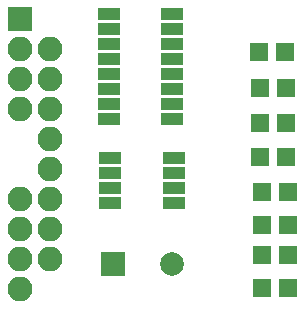
<source format=gbr>
G04 #@! TF.FileFunction,Soldermask,Top*
%FSLAX46Y46*%
G04 Gerber Fmt 4.6, Leading zero omitted, Abs format (unit mm)*
G04 Created by KiCad (PCBNEW 4.0.6-e0-6349~53~ubuntu14.04.1) date Sun Jul 30 17:28:50 2017*
%MOMM*%
%LPD*%
G01*
G04 APERTURE LIST*
%ADD10C,0.100000*%
%ADD11R,1.600000X1.600000*%
%ADD12R,2.000000X2.000000*%
%ADD13C,2.000000*%
%ADD14R,2.100000X2.100000*%
%ADD15O,2.100000X2.100000*%
%ADD16R,1.950000X1.000000*%
%ADD17R,1.900000X1.000000*%
G04 APERTURE END LIST*
D10*
D11*
X129646500Y-63182500D03*
X131846500Y-63182500D03*
X129646500Y-60388500D03*
X131846500Y-60388500D03*
X129646500Y-57848500D03*
X131846500Y-57848500D03*
X129646500Y-55054500D03*
X131846500Y-55054500D03*
X129519500Y-52133500D03*
X131719500Y-52133500D03*
X129519500Y-49212500D03*
X131719500Y-49212500D03*
X129519500Y-46291500D03*
X131719500Y-46291500D03*
X129456000Y-43243500D03*
X131656000Y-43243500D03*
D12*
X117094000Y-61214000D03*
D13*
X122094000Y-61214000D03*
D14*
X109156500Y-40449500D03*
D15*
X109156500Y-42989500D03*
X111696500Y-42989500D03*
X109156500Y-45529500D03*
X111696500Y-45529500D03*
X109156500Y-48069500D03*
X111696500Y-48069500D03*
X111696500Y-50609500D03*
X111696500Y-53149500D03*
X109156500Y-55689500D03*
X111696500Y-55689500D03*
X109156500Y-58229500D03*
X111696500Y-58229500D03*
X109156500Y-60769500D03*
X111696500Y-60769500D03*
X109156500Y-63309500D03*
D16*
X116807000Y-52197000D03*
X116807000Y-53467000D03*
X116807000Y-54737000D03*
X116807000Y-56007000D03*
X122207000Y-56007000D03*
X122207000Y-54737000D03*
X122207000Y-53467000D03*
X122207000Y-52197000D03*
D17*
X116680000Y-40005000D03*
X116680000Y-41275000D03*
X116680000Y-42545000D03*
X116680000Y-43815000D03*
X116680000Y-45085000D03*
X116680000Y-46355000D03*
X116680000Y-47625000D03*
X116680000Y-48895000D03*
X122080000Y-48895000D03*
X122080000Y-47625000D03*
X122080000Y-46355000D03*
X122080000Y-45085000D03*
X122080000Y-43815000D03*
X122080000Y-42545000D03*
X122080000Y-41275000D03*
X122080000Y-40005000D03*
M02*

</source>
